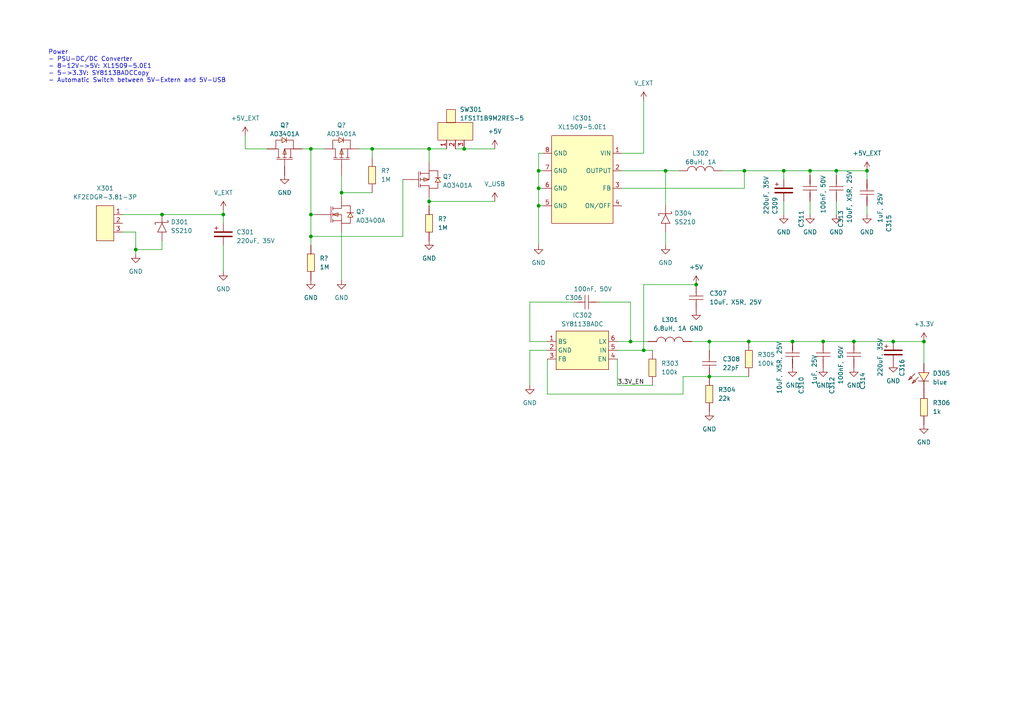
<source format=kicad_sch>
(kicad_sch (version 20211123) (generator eeschema)
  (paper "A4")
  (title_block (title "EduboardV2 Baseboard") (date "2022-06-05") (rev "1") (company "Juventus Technikerschule"))
  (lib_symbols
    (symbol "+5V_1" (power) (pin_names (offset 0))
      (property "Value" "+5V_1" (at 0 5.08 0))
      (symbol "+5V_1_1_1"
        (pin power_out line (at 0 0 90) (length 0) hide (name "+5V") (number "1"))
      )
    )
    (symbol "+5V_EXT_1" (power) (pin_names (offset 0))
      (property "Value" "+5V_EXT_1" (at 0 5.08 0))
      (symbol "+5V_EXT_1_1_1"
        (pin power_out line (at 0 0 90) (length 0) hide (name "+5V_EXT") (number "1"))
      )
    )
    (symbol "0402CG220J500NT_1" (pin_numbers hide) (pin_names hide)
      (property "Reference" "C?" (at 0 5.08 0))
      (property "Value" "0402CG220J500NT_1" (at 0 -5.08 0))
      (symbol "0402CG220J500NT_1_0_1"
        (pin passive line (at -3.81 0 0) (length 2.54) (name "1") (number "1"))
        (pin passive line (at 3.81 0 180) (length 2.54) (name "2") (number "2"))
      )
    )
    (symbol "0402WGF1003TCE_1" (pin_numbers hide) (pin_names hide)
      (property "Reference" "R?" (at 0 5.08 0))
      (property "Value" "0402WGF1003TCE_1" (at 0 -5.08 0))
      (symbol "0402WGF1003TCE_1_0_1"
        (pin passive line (at -5.08 0 0) (length 2.54) (name "1") (number "1"))
        (pin passive line (at 5.08 0 180) (length 2.54) (name "2") (number "2"))
      )
    )
    (symbol "CL05A105KA5NQNC_1" (pin_numbers hide) (pin_names hide)
      (property "Reference" "C?" (at 0 5.08 0))
      (property "Value" "CL05A105KA5NQNC_1" (at 0 -5.08 0))
      (symbol "CL05A105KA5NQNC_1_0_1"
        (pin passive line (at -3.81 0 0) (length 2.54) (name "1") (number "1"))
        (pin passive line (at 3.81 0 180) (length 2.54) (name "2") (number "2"))
      )
    )
    (symbol "CL05B104KB54PNC_1" (pin_numbers hide) (pin_names hide)
      (property "Reference" "C?" (at 0 5.08 0))
      (property "Value" "CL05B104KB54PNC_1" (at 0 -5.08 0))
      (symbol "CL05B104KB54PNC_1_0_1"
        (pin passive line (at -3.81 0 0) (length 2.54) (name "1") (number "1"))
        (pin passive line (at 3.81 0 180) (length 2.54) (name "2") (number "2"))
      )
    )
    (symbol "CL05B104KB54PNC_3" (pin_numbers hide) (pin_names hide)
      (property "Reference" "C?" (at 0 5.08 0))
      (property "Value" "CL05B104KB54PNC_3" (at 0 -5.08 0))
      (symbol "CL05B104KB54PNC_3_0_1"
        (pin passive line (at -3.81 0 0) (length 2.54) (name "1") (number "1"))
        (pin passive line (at 3.81 0 180) (length 2.54) (name "2") (number "2"))
      )
    )
    (symbol "CL10A106MA8NRNC_1" (pin_numbers hide) (pin_names hide)
      (property "Reference" "C?" (at 0 5.08 0))
      (property "Value" "CL10A106MA8NRNC_1" (at 0 -5.08 0))
      (symbol "CL10A106MA8NRNC_1_0_1"
        (pin passive line (at -3.81 0 0) (length 2.54) (name "1") (number "1"))
        (pin passive line (at 3.81 0 180) (length 2.54) (name "2") (number "2"))
      )
    )
    (symbol "CL10A106MA8NRNC_2" (pin_numbers hide) (pin_names hide)
      (property "Reference" "C?" (at 0 5.08 0))
      (property "Value" "CL10A106MA8NRNC_2" (at 0 -5.08 0))
      (symbol "CL10A106MA8NRNC_2_0_1"
        (pin passive line (at -3.81 0 0) (length 2.54) (name "1") (number "1"))
        (pin passive line (at 3.81 0 180) (length 2.54) (name "2") (number "2"))
      )
    )
    (symbol "GND_1" (power) (pin_names (offset 0))
      (property "Value" "GND_1" (at 0 -5.08 0))
      (symbol "GND_1_1_1"
        (pin power_out line (at 0 0 270) (length 0) hide (name "GND") (number "1"))
      )
    )
    (symbol "GND_10" (power) (pin_names (offset 0))
      (property "Value" "GND_10" (at 0 -5.08 0))
      (symbol "GND_10_1_1"
        (pin power_out line (at 0 0 270) (length 0) hide (name "GND") (number "1"))
      )
    )
    (symbol "GND_18" (power) (pin_names (offset 0))
      (property "Value" "GND_18" (at 0 -5.08 0))
      (symbol "GND_18_1_1"
        (pin power_out line (at 0 0 270) (length 0) hide (name "GND") (number "1"))
      )
    )
    (symbol "GND_19" (power) (pin_names (offset 0))
      (property "Value" "GND_19" (at 0 -5.08 0))
      (symbol "GND_19_1_1"
        (pin power_out line (at 0 0 270) (length 0) hide (name "GND") (number "1"))
      )
    )
    (symbol "GND_2" (power) (pin_names (offset 0))
      (property "Value" "GND_2" (at 0 -5.08 0))
      (symbol "GND_2_1_1"
        (pin power_out line (at 0 0 270) (length 0) hide (name "GND") (number "1"))
      )
    )
    (symbol "GND_26" (power) (pin_names (offset 0))
      (property "Value" "GND_26" (at 0 -5.08 0))
      (symbol "GND_26_1_1"
        (pin power_out line (at 0 0 270) (length 0) hide (name "GND") (number "1"))
      )
    )
    (symbol "GND_27" (power) (pin_names (offset 0))
      (property "Value" "GND_27" (at 0 -5.08 0))
      (symbol "GND_27_1_1"
        (pin power_out line (at 0 0 270) (length 0) hide (name "GND") (number "1"))
      )
    )
    (symbol "GND_28" (power) (pin_names (offset 0))
      (property "Value" "GND_28" (at 0 -5.08 0))
      (symbol "GND_28_1_1"
        (pin power_out line (at 0 0 270) (length 0) hide (name "GND") (number "1"))
      )
    )
    (symbol "GND_29" (power) (pin_names (offset 0))
      (property "Value" "GND_29" (at 0 -5.08 0))
      (symbol "GND_29_1_1"
        (pin power_out line (at 0 0 270) (length 0) hide (name "GND") (number "1"))
      )
    )
    (symbol "GND_3" (power) (pin_names (offset 0))
      (property "Value" "GND_3" (at 0 -5.08 0))
      (symbol "GND_3_1_1"
        (pin power_out line (at 0 0 270) (length 0) hide (name "GND") (number "1"))
      )
    )
    (symbol "GND_4" (power) (pin_names (offset 0))
      (property "Value" "GND_4" (at 0 -5.08 0))
      (symbol "GND_4_1_1"
        (pin power_out line (at 0 0 270) (length 0) hide (name "GND") (number "1"))
      )
    )
    (symbol "GND_5" (power) (pin_names (offset 0))
      (property "Value" "GND_5" (at 0 -5.08 0))
      (symbol "GND_5_1_1"
        (pin power_out line (at 0 0 270) (length 0) hide (name "GND") (number "1"))
      )
    )
    (symbol "GND_6" (power) (pin_names (offset 0))
      (property "Value" "GND_6" (at 0 -5.08 0))
      (symbol "GND_6_1_1"
        (pin power_out line (at 0 0 270) (length 0) hide (name "GND") (number "1"))
      )
    )
    (symbol "GND_8" (power) (pin_names (offset 0))
      (property "Value" "GND_8" (at 0 -5.08 0))
      (symbol "GND_8_1_1"
        (pin power_out line (at 0 0 270) (length 0) hide (name "GND") (number "1"))
      )
    )
    (symbol "GND_9" (power) (pin_names (offset 0))
      (property "Value" "GND_9" (at 0 -5.08 0))
      (symbol "GND_9_1_1"
        (pin power_out line (at 0 0 270) (length 0) hide (name "GND") (number "1"))
      )
    )
    (symbol "SS210_3" (pin_numbers hide) (pin_names hide)
      (property "Reference" "D?" (at 0 5.08 0))
      (property "Value" "SS210_3" (at 0 -5.08 0))
      (symbol "SS210_3_0_1"
        (pin passive line (at -3.81 0 0) (length 2.54) (name "K") (number "1"))
        (pin passive line (at 3.81 0 180) (length 2.54) (name "A") (number "2"))
      )
    )
    (symbol "VEJ221M1VTR-0810_1" (pin_numbers hide) (pin_names hide)
      (property "Reference" "C?" (at 2.54 2.54 0))
      (property "Value" "VEJ221M1VTR-0810_1" (at 0 -12.45 0))
      (symbol "VEJ221M1VTR-0810_1_0_1"
        (pin passive line (at 0 3.81 270) (length 2.54) (name "1") (number "1"))
        (pin passive line (at 0 -2.54 90) (length 2.54) (name "2") (number "2"))
      )
    )
    (symbol "VEJ221M1VTR-0810_2" (pin_numbers hide) (pin_names hide)
      (property "Reference" "C?" (at 2.54 2.54 0))
      (property "Value" "VEJ221M1VTR-0810_2" (at 0 -12.45 0))
      (symbol "VEJ221M1VTR-0810_2_0_1"
        (pin passive line (at 0 3.81 270) (length 2.54) (name "1") (number "1"))
        (pin passive line (at 0 -2.54 90) (length 2.54) (name "2") (number "2"))
      )
    )
    (symbol "V_EXT_1" (power) (pin_names (offset 0))
      (property "Value" "V_EXT_1" (at 0 5.08 0))
      (symbol "V_EXT_1_1_1"
        (pin power_out line (at 0 0 90) (length 0) hide (name "V_EXT") (number "1"))
      )
    )
    (symbol "V_USB_1" (power) (pin_names (offset 0))
      (property "Value" "V_USB_1" (at 0 5.08 0))
      (symbol "V_USB_1_1_1"
        (pin power_out line (at 0 0 90) (length 0) hide (name "V_USB") (number "1"))
      )
    )
    (symbol "eduboardv2:+3.3V" (power) (pin_names (offset 0))
      (property "Value" "+3.3V" (at 0 5.08 0))
      (symbol "+3.3V_1_1"
        (pin power_out line (at 0 0 90) (length 0) hide (name "+3.3V") (number "1"))
      )
    )
    (symbol "eduboardv2:+5V" (power) (pin_names (offset 0))
      (property "Value" "+5V" (at 0 5.08 0))
      (symbol "+5V_1_1"
        (pin power_out line (at 0 0 90) (length 0) hide (name "+5V") (number "1"))
      )
    )
    (symbol "eduboardv2:+5V_EXT" (power) (pin_names (offset 0))
      (property "Value" "+5V_EXT" (at 0 5.08 0))
      (symbol "+5V_EXT_1_1"
        (pin power_out line (at 0 0 90) (length 0) hide (name "+5V_EXT") (number "1"))
      )
    )
    (symbol "eduboardv2:0402WGF1001TCE" (pin_numbers hide) (pin_names hide)
      (property "Reference" "R?" (at 0 5.08 0))
      (property "Value" "0402WGF1001TCE" (at 0 -5.08 0))
      (symbol "0402WGF1001TCE_0_1"
        (pin passive line (at -5.08 0 0) (length 2.54) (name "1") (number "1"))
        (pin passive line (at 5.08 0 180) (length 2.54) (name "2") (number "2"))
      )
    )
    (symbol "eduboardv2:0402WGF1003TCE" (pin_numbers hide) (pin_names hide)
      (property "Reference" "R?" (at 0 5.08 0))
      (property "Value" "0402WGF1003TCE" (at 0 -5.08 0))
      (symbol "0402WGF1003TCE_0_1"
        (pin passive line (at -5.08 0 0) (length 2.54) (name "1") (number "1"))
        (pin passive line (at 5.08 0 180) (length 2.54) (name "2") (number "2"))
      )
    )
    (symbol "eduboardv2:0402WGF2202TCE" (pin_numbers hide) (pin_names hide)
      (property "Reference" "R?" (at 0 5.08 0))
      (property "Value" "0402WGF2202TCE" (at 0 -5.08 0))
      (symbol "0402WGF2202TCE_0_1"
        (pin passive line (at -5.08 0 0) (length 2.54) (name "1") (number "1"))
        (pin passive line (at 5.08 0 180) (length 2.54) (name "2") (number "2"))
      )
    )
    (symbol "eduboardv2:19-217_BHC-ZL1M2RY_3T" (pin_numbers hide) (pin_names hide)
      (property "Reference" "LED?" (at 0.3241 2.1166 0))
      (property "Value" "19-217_BHC-ZL1M2RY_3T" (at 0 -7.11 0))
      (symbol "19-217_BHC-ZL1M2RY_3T_0_1"
        (pin passive line (at 3.81 -2.54 180) (length 2.54) (name "A") (number "1"))
        (pin passive line (at -3.81 -2.54 0) (length 2.54) (name "C") (number "2"))
      )
    )
    (symbol "eduboardv2:1FS1T1B9M2RES-5" (pin_names hide)
      (property "Reference" "SW?" (at 0 0 0))
      (property "Value" "1FS1T1B9M2RES-5" (at 0 -10.16 0))
      (symbol "1FS1T1B9M2RES-5_0_1"
        (pin passive line (at -2.54 -5.08 90) (length 2.54) (name "1") (number "1"))
        (pin passive line (at 0 -5.08 90) (length 2.54) (name "2") (number "2"))
        (pin passive line (at 2.54 -5.08 90) (length 2.54) (name "3") (number "3"))
      )
    )
    (symbol "eduboardv2:AO3400A" (pin_numbers hide) (pin_names hide)
      (property "Reference" "Q?" (at 0 10.16 0))
      (property "Value" "AO3400A" (at 0 -10.16 0))
      (symbol "AO3400A_0_1"
        (pin passive line (at -5.08 0 0) (length 2.54) (name "G") (number "1"))
        (pin passive line (at 2.54 -5.08 90) (length 2.54) (name "S") (number "2"))
        (pin passive line (at 2.54 5.08 270) (length 2.54) (name "D") (number "3"))
      )
    )
    (symbol "eduboardv2:AO3401A" (pin_numbers hide) (pin_names hide)
      (property "Reference" "Q?" (at 0 10.16 0))
      (property "Value" "AO3401A" (at 0 -10.16 0))
      (symbol "AO3401A_0_1"
        (pin passive line (at -5.08 0 0) (length 2.54) (name "G") (number "1"))
        (pin passive line (at 2.54 -5.08 90) (length 2.54) (name "S") (number "2"))
        (pin passive line (at 2.54 5.08 270) (length 2.54) (name "D") (number "3"))
      )
    )
    (symbol "eduboardv2:CL05A105KA5NQNC" (pin_numbers hide) (pin_names hide)
      (property "Reference" "C?" (at 0 5.08 0))
      (property "Value" "CL05A105KA5NQNC" (at 0 -5.08 0))
      (symbol "CL05A105KA5NQNC_0_1"
        (pin passive line (at -3.81 0 0) (length 2.54) (name "1") (number "1"))
        (pin passive line (at 3.81 0 180) (length 2.54) (name "2") (number "2"))
      )
    )
    (symbol "eduboardv2:CL05B104KB54PNC" (pin_numbers hide) (pin_names hide)
      (property "Reference" "C?" (at 0 5.08 0))
      (property "Value" "CL05B104KB54PNC" (at 0 -5.08 0))
      (symbol "CL05B104KB54PNC_0_1"
        (pin passive line (at -3.81 0 0) (length 2.54) (name "1") (number "1"))
        (pin passive line (at 3.81 0 180) (length 2.54) (name "2") (number "2"))
      )
    )
    (symbol "eduboardv2:CL10A106MA8NRNC" (pin_numbers hide) (pin_names hide)
      (property "Reference" "C?" (at 0 5.08 0))
      (property "Value" "CL10A106MA8NRNC" (at 0 -5.08 0))
      (symbol "CL10A106MA8NRNC_0_1"
        (pin passive line (at -3.81 0 0) (length 2.54) (name "1") (number "1"))
        (pin passive line (at 3.81 0 180) (length 2.54) (name "2") (number "2"))
      )
    )
    (symbol "eduboardv2:GND" (power) (pin_names (offset 0))
      (property "Value" "GND" (at 0 -5.08 0))
      (symbol "GND_1_1"
        (pin power_out line (at 0 0 270) (length 0) hide (name "GND") (number "1"))
      )
    )
    (symbol "eduboardv2:KF2EDGR-3.81-3P" (pin_names hide)
      (property "Reference" "CN?" (at 0 7.62 0))
      (property "Value" "KF2EDGR-3.81-3P" (at 0 -7.62 0))
      (symbol "KF2EDGR-3.81-3P_0_1"
        (pin passive line (at -5.08 2.54 0) (length 2.54) (name "1") (number "1"))
        (pin passive line (at -5.08 0 0) (length 2.54) (name "2") (number "2"))
        (pin passive line (at -5.08 -2.54 0) (length 2.54) (name "3") (number "3"))
      )
    )
    (symbol "eduboardv2:SS210" (pin_numbers hide) (pin_names hide)
      (property "Reference" "D?" (at 0 5.08 0))
      (property "Value" "SS210" (at 0 -5.08 0))
      (symbol "SS210_0_1"
        (pin passive line (at -3.81 0 0) (length 2.54) (name "K") (number "1"))
        (pin passive line (at 3.81 0 180) (length 2.54) (name "A") (number "2"))
      )
    )
    (symbol "eduboardv2:SWPA4020S6R8MT" (pin_numbers hide)
      (property "Reference" "L?" (at 0 5.08 0))
      (property "Value" "SWPA4020S6R8MT" (at 0 -5.08 0))
      (symbol "SWPA4020S6R8MT_0_1"
        (pin passive line (at -6.35 0 0) (length 2.54) (name "") (number "1"))
        (pin passive line (at 6.35 0 180) (length 2.54) (name "") (number "2"))
      )
    )
    (symbol "eduboardv2:SWPA6045S680MT" (pin_numbers hide) (pin_names hide)
      (property "Reference" "L?" (at 0 5.08 0))
      (property "Value" "SWPA6045S680MT" (at 0 -5.08 0))
      (symbol "SWPA6045S680MT_0_1"
        (pin passive line (at -6.35 0 0) (length 2.54) (name "1") (number "1"))
        (pin passive line (at 6.35 0 180) (length 2.54) (name "2") (number "2"))
      )
    )
    (symbol "eduboardv2:SY8113BADC"
      (property "Reference" "U?" (at 0 7.62 0))
      (property "Value" "SY8113BADC" (at 0 -7.62 0))
      (symbol "SY8113BADC_0_1"
        (pin passive line (at -10.16 2.54 0) (length 2.54) (name "BS") (number "1"))
        (pin passive line (at -10.16 0 0) (length 2.54) (name "GND") (number "2"))
        (pin passive line (at -10.16 -2.54 0) (length 2.54) (name "FB") (number "3"))
        (pin passive line (at 10.16 -2.54 180) (length 2.54) (name "EN") (number "4"))
        (pin passive line (at 10.16 0 180) (length 2.54) (name "IN") (number "5"))
        (pin passive line (at 10.16 2.54 180) (length 2.54) (name "LX") (number "6"))
      )
    )
    (symbol "eduboardv2:VEJ221M1VTR-0810" (pin_numbers hide) (pin_names hide)
      (property "Reference" "C?" (at 2.54 2.54 0))
      (property "Value" "VEJ221M1VTR-0810" (at 0 -12.45 0))
      (symbol "VEJ221M1VTR-0810_0_1"
        (pin passive line (at 0 3.81 270) (length 2.54) (name "1") (number "1"))
        (pin passive line (at 0 -2.54 90) (length 2.54) (name "2") (number "2"))
      )
    )
    (symbol "eduboardv2:V_EXT" (power) (pin_names (offset 0))
      (property "Value" "V_EXT" (at 0 5.08 0))
      (symbol "V_EXT_1_1"
        (pin power_out line (at 0 0 90) (length 0) hide (name "V_EXT") (number "1"))
      )
    )
    (symbol "eduboardv2:XL1509-5.0E1"
      (property "Reference" "U?" (at 0 12.7 0))
      (property "Value" "XL1509-5.0E1" (at 0 -12.7 0))
      (symbol "XL1509-5.0E1_0_1"
        (pin passive line (at -11.43 7.62 0) (length 2.54) (name "VIN") (number "1"))
        (pin passive line (at -11.43 2.54 0) (length 2.54) (name "OUTPUT") (number "2"))
        (pin passive line (at -11.43 -2.54 0) (length 2.54) (name "FB") (number "3"))
        (pin passive line (at -11.43 -7.62 0) (length 2.54) (name "ON/OFF") (number "4"))
        (pin passive line (at 11.43 -7.62 180) (length 2.54) (name "GND") (number "5"))
        (pin passive line (at 11.43 -2.54 180) (length 2.54) (name "GND") (number "6"))
        (pin passive line (at 11.43 2.54 180) (length 2.54) (name "GND") (number "7"))
        (pin passive line (at 11.43 7.62 180) (length 2.54) (name "GND") (number "8"))
      )
    )
  )
  (junction (at 251.46 49.53))
  (junction (at 205.74 99.06))
  (junction (at 247.65 99.06))
  (junction (at 186.69 101.6))
  (junction (at 217.17 99.06))
  (junction (at 90.17 68.58))
  (junction (at 182.88 99.06))
  (junction (at 156.21 49.53))
  (junction (at 156.21 59.69))
  (junction (at 124.46 58.42))
  (junction (at 215.9 49.53))
  (junction (at 90.17 43.18))
  (junction (at 238.76 99.06))
  (junction (at 124.46 43.18))
  (junction (at 234.95 49.53))
  (junction (at 39.37 72.39))
  (junction (at 90.17 62.23))
  (junction (at 242.57 49.53))
  (junction (at 64.77 62.23))
  (junction (at 134.62 43.18))
  (junction (at 107.95 43.18))
  (junction (at 259.08 99.06))
  (junction (at 267.97 99.06))
  (junction (at 99.06 55.88))
  (junction (at 193.04 49.53))
  (junction (at 229.87 99.06))
  (junction (at 227.33 49.53))
  (junction (at 156.21 54.61))
  (junction (at 205.74 109.22))
  (junction (at 201.93 82.55))
  (junction (at 46.99 62.23))
  (wire (pts (xy 46.99 72.39) (xy 39.37 72.39)))
  (wire (pts (xy 46.99 69.85) (xy 46.99 72.39)))
  (wire (pts (xy 156.21 59.69) (xy 156.21 71.12)))
  (wire (pts (xy 242.57 49.53) (xy 251.46 49.53)))
  (wire (pts (xy 186.69 101.6) (xy 186.69 82.55)))
  (wire (pts (xy 104.14 43.18) (xy 107.95 43.18)))
  (wire (pts (xy 238.76 99.06) (xy 247.65 99.06)))
  (wire (pts (xy 116.84 52.07) (xy 116.84 68.58)))
  (wire (pts (xy 179.07 99.06) (xy 182.88 99.06)))
  (wire (pts (xy 64.77 62.23) (xy 64.77 64.77)))
  (wire (pts (xy 215.9 54.61) (xy 215.9 49.53)))
  (wire (pts (xy 35.56 62.23) (xy 46.99 62.23)))
  (wire (pts (xy 179.07 104.14) (xy 179.07 111.76)))
  (wire (pts (xy 132.08 43.18) (xy 134.62 43.18)))
  (wire (pts (xy 90.17 62.23) (xy 90.17 68.58)))
  (wire (pts (xy 87.63 43.18) (xy 90.17 43.18)))
  (wire (pts (xy 205.74 99.06) (xy 205.74 101.6)))
  (wire (pts (xy 247.65 99.06) (xy 259.08 99.06)))
  (wire (pts (xy 217.17 99.06) (xy 229.87 99.06)))
  (wire (pts (xy 107.95 43.18) (xy 107.95 45.72)))
  (wire (pts (xy 39.37 67.31) (xy 39.37 72.39)))
  (wire (pts (xy 158.75 114.3) (xy 198.12 114.3)))
  (wire (pts (xy 180.34 54.61) (xy 215.9 54.61)))
  (wire (pts (xy 124.46 59.69) (xy 124.46 58.42)))
  (wire (pts (xy 189.23 101.6) (xy 186.69 101.6)))
  (wire (pts (xy 90.17 62.23) (xy 91.44 62.23)))
  (wire (pts (xy 242.57 49.53) (xy 242.57 50.8)))
  (wire (pts (xy 64.77 60.96) (xy 64.77 62.23)))
  (wire (pts (xy 215.9 49.53) (xy 227.33 49.53)))
  (wire (pts (xy 134.62 43.18) (xy 143.51 43.18)))
  (wire (pts (xy 64.77 71.12) (xy 64.77 78.74)))
  (wire (pts (xy 251.46 49.53) (xy 251.46 52.07)))
  (wire (pts (xy 193.04 71.12) (xy 193.04 67.31)))
  (wire (pts (xy 227.33 58.42) (xy 227.33 62.23)))
  (wire (pts (xy 71.12 39.37) (xy 71.12 43.18)))
  (wire (pts (xy 90.17 68.58) (xy 90.17 71.12)))
  (wire (pts (xy 107.95 55.88) (xy 99.06 55.88)))
  (wire (pts (xy 153.67 87.63) (xy 153.67 99.06)))
  (wire (pts (xy 156.21 54.61) (xy 156.21 59.69)))
  (wire (pts (xy 156.21 44.45) (xy 156.21 49.53)))
  (wire (pts (xy 251.46 59.69) (xy 251.46 62.23)))
  (wire (pts (xy 124.46 43.18) (xy 124.46 46.99)))
  (wire (pts (xy 227.33 49.53) (xy 234.95 49.53)))
  (wire (pts (xy 156.21 49.53) (xy 156.21 54.61)))
  (wire (pts (xy 90.17 43.18) (xy 90.17 62.23)))
  (wire (pts (xy 71.12 43.18) (xy 77.47 43.18)))
  (wire (pts (xy 39.37 72.39) (xy 39.37 73.66)))
  (wire (pts (xy 234.95 49.53) (xy 234.95 50.8)))
  (wire (pts (xy 156.21 49.53) (xy 157.48 49.53)))
  (wire (pts (xy 205.74 99.06) (xy 217.17 99.06)))
  (wire (pts (xy 200.66 99.06) (xy 205.74 99.06)))
  (wire (pts (xy 227.33 49.53) (xy 227.33 52.07)))
  (wire (pts (xy 209.55 49.53) (xy 215.9 49.53)))
  (wire (pts (xy 198.12 109.22) (xy 205.74 109.22)))
  (wire (pts (xy 99.06 50.8) (xy 99.06 55.88)))
  (wire (pts (xy 173.99 87.63) (xy 182.88 87.63)))
  (wire (pts (xy 124.46 58.42) (xy 143.51 58.42)))
  (wire (pts (xy 157.48 44.45) (xy 156.21 44.45)))
  (wire (pts (xy 180.34 44.45) (xy 186.69 44.45)))
  (wire (pts (xy 46.99 62.23) (xy 64.77 62.23)))
  (wire (pts (xy 205.74 109.22) (xy 217.17 109.22)))
  (wire (pts (xy 259.08 99.06) (xy 267.97 99.06)))
  (wire (pts (xy 242.57 58.42) (xy 242.57 62.23)))
  (wire (pts (xy 193.04 49.53) (xy 193.04 59.69)))
  (wire (pts (xy 99.06 55.88) (xy 99.06 57.15)))
  (wire (pts (xy 153.67 101.6) (xy 153.67 111.76)))
  (wire (pts (xy 158.75 104.14) (xy 158.75 114.3)))
  (wire (pts (xy 90.17 43.18) (xy 93.98 43.18)))
  (wire (pts (xy 179.07 111.76) (xy 189.23 111.76)))
  (wire (pts (xy 157.48 59.69) (xy 156.21 59.69)))
  (wire (pts (xy 35.56 67.31) (xy 39.37 67.31)))
  (wire (pts (xy 180.34 49.53) (xy 193.04 49.53)))
  (wire (pts (xy 182.88 99.06) (xy 187.96 99.06)))
  (wire (pts (xy 234.95 49.53) (xy 242.57 49.53)))
  (wire (pts (xy 198.12 114.3) (xy 198.12 109.22)))
  (wire (pts (xy 234.95 58.42) (xy 234.95 62.23)))
  (wire (pts (xy 186.69 82.55) (xy 201.93 82.55)))
  (wire (pts (xy 267.97 99.06) (xy 267.97 105.41)))
  (wire (pts (xy 158.75 101.6) (xy 153.67 101.6)))
  (wire (pts (xy 99.06 67.31) (xy 99.06 81.28)))
  (wire (pts (xy 186.69 29.21) (xy 186.69 44.45)))
  (wire (pts (xy 179.07 101.6) (xy 186.69 101.6)))
  (wire (pts (xy 229.87 99.06) (xy 238.76 99.06)))
  (wire (pts (xy 116.84 68.58) (xy 90.17 68.58)))
  (wire (pts (xy 124.46 43.18) (xy 129.54 43.18)))
  (wire (pts (xy 107.95 43.18) (xy 124.46 43.18)))
  (wire (pts (xy 193.04 49.53) (xy 196.85 49.53)))
  (wire (pts (xy 182.88 87.63) (xy 182.88 99.06)))
  (wire (pts (xy 153.67 99.06) (xy 158.75 99.06)))
  (wire (pts (xy 153.67 87.63) (xy 166.37 87.63)))
  (wire (pts (xy 157.48 54.61) (xy 156.21 54.61)))
  (wire (pts (xy 124.46 58.42) (xy 124.46 57.15)))
  (text "Power\n- PSU-DC/DC Converter\n- 8-12V->5V: XL1509-5.0E1\n- 5->3.3V: SY8113BADCCopy\n- Automatic Switch between 5V-Extern and 5V-USB" (at 13.97 24.13 0) (effects (font (size 1.27 1.27)) (justify left bottom)))
  (label "3.3V_EN" (at 179.07 111.76 0))
  (symbol (lib_id "eduboardv2:SWPA4020S6R8MT") (at 194.31 99.06 0) (unit 1)
    (property "Reference" "L301" (at 194.31 92.71 0))
    (property "Value" "6.8uH, 1A" (at 194.31 95.25 0))
    (property "Footprint" "IND-SMD_L4.0-W4.0" (effects hide))
    (property "Datasheet" "https://lcsc.com/product-detail/Power-Inductors_6-8uH-20_C83425.html" (effects hide))
    (property "Manufacturer" "Sunlord" (effects hide))
    (property "LCSC Part" "C83425" (effects hide))
    (property "JLC Part" "Extended Part" (effects hide))
    (property "MPN" "SWPA4020S6R8MT" (effects hide))
  )
  (symbol (lib_name "GND_27") (lib_id "eduboardv2:GND") (at 267.97 123.19 0) (unit 1)
    (property "Reference" "#PWR0340" (effects hide))
    (property "Value" "GND" (at 267.97 128.27 0))
  )
  (symbol (lib_id "eduboardv2:SS210") (at 193.04 63.5 270) (unit 1)
    (property "Reference" "D304" (at 195.58 61.8489 90) (effects (justify left)))
    (property "Value" "SS210" (at 195.58 64.3889 90) (effects (justify left)))
    (property "Footprint" "SMA_L4.3-W2.6-LS5.2-RD" (effects hide))
    (property "Datasheet" "https://lcsc.com/product-detail/Schottky-Barrier-Diodes-SBD_SS210_C14996.html" (effects hide))
    (property "Manufacturer" "MDD" (effects hide))
    (property "LCSC Part" "C14996" (effects hide))
    (property "JLC Part" "Basic Part" (effects hide))
    (property "MPN" "SS210" (effects hide))
  )
  (symbol (lib_name "GND_4") (lib_id "eduboardv2:GND") (at 242.57 62.23 0) (unit 1)
    (property "Reference" "#PWR0334" (effects hide))
    (property "Value" "GND" (at 242.57 67.31 0))
  )
  (symbol (lib_id "eduboardv2:+5V_EXT") (at 71.12 39.37 0) (unit 1)
    (property "Reference" "#PWR?" (effects hide))
    (property "Value" "+5V_EXT" (at 71.12 34.29 0))
  )
  (symbol (lib_name "GND_18") (lib_id "eduboardv2:GND") (at 156.21 71.12 0) (unit 1)
    (property "Reference" "#PWR0322" (effects hide))
    (property "Value" "GND" (at 156.21 76.2 0))
  )
  (symbol (lib_name "GND_29") (lib_id "eduboardv2:GND") (at 229.87 106.68 0) (unit 1)
    (property "Reference" "#PWR0331" (effects hide))
    (property "Value" "GND" (at 229.87 111.76 0))
  )
  (symbol (lib_id "eduboardv2:AO3401A") (at 99.06 45.72 90) (unit 1)
    (property "Reference" "Q?" (at 99.06 36.3052 90))
    (property "Value" "AO3401A" (at 99.06 38.8421 90))
    (property "Footprint" "SOT-23_L2.9-W1.3-P1.90-LS2.4-BR" (effects hide))
    (property "Datasheet" "https://lcsc.com/product-detail/MOSFET_AOS_AO3401A_AO3401A_C15127.html" (effects hide))
    (property "Manufacturer" "AOS" (effects hide))
    (property "LCSC Part" "C15127" (effects hide))
    (property "JLC Part" "Basic Part" (effects hide))
    (property "MPN" "AO3401A" (effects hide))
  )
  (symbol (lib_name "+5V_1") (lib_id "eduboardv2:+5V") (at 143.51 43.18 0) (unit 1)
    (property "Reference" "#PWR0319" (effects hide))
    (property "Value" "+5V" (at 143.51 38.1 0))
  )
  (symbol (lib_name "V_EXT_1") (lib_id "eduboardv2:V_EXT") (at 64.77 60.96 0) (unit 1)
    (property "Reference" "#PWR0306" (effects hide))
    (property "Value" "V_EXT" (at 64.77 55.88 0))
  )
  (symbol (lib_name "GND_6") (lib_id "eduboardv2:GND") (at 39.37 73.66 0) (unit 1)
    (property "Reference" "#PWR0302" (effects hide))
    (property "Value" "GND" (at 39.37 78.74 0))
  )
  (symbol (lib_name "GND_26") (lib_id "eduboardv2:GND") (at 259.08 105.41 0) (unit 1)
    (property "Reference" "#PWR0338" (effects hide))
    (property "Value" "GND" (at 259.08 110.49 0))
  )
  (symbol (lib_name "GND_19") (lib_id "eduboardv2:GND") (at 193.04 71.12 0) (unit 1)
    (property "Reference" "#PWR0326" (effects hide))
    (property "Value" "GND" (at 193.04 76.2 0))
  )
  (symbol (lib_name "CL10A106MA8NRNC_1") (lib_id "eduboardv2:CL10A106MA8NRNC") (at 242.57 54.61 90) (unit 1)
    (property "Reference" "C313" (at 243.84 60.96 0) (effects (justify right)))
    (property "Value" "10uF, X5R, 25V" (at 246.38 49.53 0) (effects (justify right)))
    (property "Footprint" "C0603" (effects hide))
    (property "Datasheet" "https://lcsc.com/product-detail/Multilayer-Ceramic-Capacitors-MLCC-SMD-SMT_SAMSUNG_CL10A106MA8NRNC_10uF-106-20-25V_C96446.html" (effects hide))
    (property "Manufacturer" "SAMSUNG" (effects hide))
    (property "LCSC Part" "C96446" (effects hide))
    (property "JLC Part" "Basic Part" (effects hide))
    (property "MPN" "CL10A106MA8NRNC" (effects hide))
  )
  (symbol (lib_id "eduboardv2:V_EXT") (at 186.69 29.21 0) (unit 1)
    (property "Reference" "#PWR0325" (effects hide))
    (property "Value" "V_EXT" (at 186.69 24.13 0))
  )
  (symbol (lib_name "SS210_3") (lib_id "eduboardv2:SS210") (at 46.99 66.04 270) (unit 1)
    (property "Reference" "D301" (at 49.53 64.3889 90) (effects (justify left)))
    (property "Value" "SS210" (at 49.53 66.9289 90) (effects (justify left)))
    (property "Footprint" "SMA_L4.3-W2.6-LS5.2-RD" (effects hide))
    (property "Datasheet" "https://lcsc.com/product-detail/Schottky-Barrier-Diodes-SBD_SS210_C14996.html" (effects hide))
    (property "Manufacturer" "MDD" (effects hide))
    (property "LCSC Part" "C14996" (effects hide))
    (property "JLC Part" "Basic Part" (effects hide))
    (property "MPN" "SS210" (effects hide))
  )
  (symbol (lib_name "GND_8") (lib_id "eduboardv2:GND") (at 205.74 119.38 0) (unit 1)
    (property "Reference" "#PWR0329" (effects hide))
    (property "Value" "GND" (at 205.74 124.46 0))
  )
  (symbol (lib_id "eduboardv2:+3.3V") (at 267.97 99.06 0) (unit 1)
    (property "Reference" "#PWR0339" (effects hide))
    (property "Value" "+3.3V" (at 267.97 93.98 0))
  )
  (symbol (lib_id "eduboardv2:AO3400A") (at 96.52 62.23 0) (unit 1)
    (property "Reference" "Q?" (at 103.251 61.3953 0) (effects (justify left)))
    (property "Value" "AO3400A" (at 103.251 63.9322 0) (effects (justify left)))
    (property "Footprint" "SOT-23-3_L2.9-W1.6-P1.90-LS2.8-BR" (effects hide))
    (property "Datasheet" "https://lcsc.com/product-detail/MOSFET_AOS_AO3400A_AO3400A_C20917.html" (effects hide))
    (property "Manufacturer" "AOS" (effects hide))
    (property "LCSC Part" "C20917" (effects hide))
    (property "JLC Part" "Basic Part" (effects hide))
    (property "MPN" "AO3400A" (effects hide))
  )
  (symbol (lib_name "GND_8") (lib_id "eduboardv2:GND") (at 99.06 81.28 0) (unit 1)
    (property "Reference" "#PWR?" (effects hide))
    (property "Value" "GND" (at 99.06 86.36 0))
  )
  (symbol (lib_name "GND_5") (lib_id "eduboardv2:GND") (at 64.77 78.74 0) (unit 1)
    (property "Reference" "#PWR0307" (effects hide))
    (property "Value" "GND" (at 64.77 83.82 0))
  )
  (symbol (lib_id "eduboardv2:KF2EDGR-3.81-3P") (at 30.48 64.77 0) (mirror y) (unit 1)
    (property "Reference" "X301" (at 30.48 54.61 0))
    (property "Value" "KF2EDGR-3.81-3P" (at 30.48 57.15 0))
    (property "Footprint" "CONN-TH_3P-P3.81_KF2EDGR-3.81-3P" (effects hide))
    (property "Datasheet" "https://lcsc.com/product-detail/Pluggable-System-Terminal-Block_Cixi-Kefa-Elec-KF2EDGR-3-81-3P_C441183.html" (effects hide))
    (property "Manufacturer" "Cixi Kefa Elec" (effects hide))
    (property "LCSC Part" "C441183" (effects hide))
    (property "JLC Part" "Extended Part" (effects hide))
    (property "MPN" "KF2EDGR-3.81-3P" (effects hide))
  )
  (symbol (lib_id "eduboardv2:CL10A106MA8NRNC") (at 229.87 102.87 90) (unit 1)
    (property "Reference" "C310" (at 232.41 109.22 0) (effects (justify right)))
    (property "Value" "10uF, X5R, 25V" (at 226.06 99.06 0) (effects (justify right)))
    (property "Footprint" "C0603" (effects hide))
    (property "Datasheet" "https://lcsc.com/product-detail/Multilayer-Ceramic-Capacitors-MLCC-SMD-SMT_SAMSUNG_CL10A106MA8NRNC_10uF-106-20-25V_C96446.html" (effects hide))
    (property "Manufacturer" "SAMSUNG" (effects hide))
    (property "LCSC Part" "C96446" (effects hide))
    (property "JLC Part" "Basic Part" (effects hide))
    (property "MPN" "CL10A106MA8NRNC" (effects hide))
  )
  (symbol (lib_name "0402WGF1003TCE_1") (lib_id "eduboardv2:0402WGF1003TCE") (at 189.23 106.68 90) (unit 1)
    (property "Reference" "R303" (at 191.77 105.4099 90) (effects (justify right)))
    (property "Value" "100k" (at 191.77 107.9499 90) (effects (justify right)))
    (property "Footprint" "R0402" (effects hide))
    (property "Datasheet" "https://lcsc.com/product-detail/Chip-Resistor-Surface-Mount-UniOhm_100KR-1003-1_C25741.html" (effects hide))
    (property "Manufacturer" "UniOhm" (effects hide))
    (property "LCSC Part" "C25741" (effects hide))
    (property "JLC Part" "Basic Part" (effects hide))
    (property "MPN" "0402WGF1003TCE" (effects hide))
  )
  (symbol (lib_id "eduboardv2:GND") (at 247.65 106.68 0) (unit 1)
    (property "Reference" "#PWR0335" (effects hide))
    (property "Value" "GND" (at 247.65 111.76 0))
  )
  (symbol (lib_name "GND_28") (lib_id "eduboardv2:GND") (at 238.76 106.68 0) (unit 1)
    (property "Reference" "#PWR0333" (effects hide))
    (property "Value" "GND" (at 238.76 111.76 0))
  )
  (symbol (lib_id "eduboardv2:AO3401A") (at 82.55 45.72 90) (unit 1)
    (property "Reference" "Q?" (at 82.55 36.3052 90))
    (property "Value" "AO3401A" (at 82.55 38.8421 90))
    (property "Footprint" "SOT-23_L2.9-W1.3-P1.90-LS2.4-BR" (effects hide))
    (property "Datasheet" "https://lcsc.com/product-detail/MOSFET_AOS_AO3401A_AO3401A_C15127.html" (effects hide))
    (property "Manufacturer" "AOS" (effects hide))
    (property "LCSC Part" "C15127" (effects hide))
    (property "JLC Part" "Basic Part" (effects hide))
    (property "MPN" "AO3401A" (effects hide))
  )
  (symbol (lib_name "0402WGF1003TCE_1") (lib_id "eduboardv2:0402WGF1003TCE") (at 124.46 64.77 90) (unit 1)
    (property "Reference" "R?" (at 127 63.4999 90) (effects (justify right)))
    (property "Value" "1M" (at 127 66.0399 90) (effects (justify right)))
    (property "Footprint" "R0402" (effects hide))
    (property "Datasheet" "https://lcsc.com/product-detail/Chip-Resistor-Surface-Mount-UniOhm_100KR-1003-1_C25741.html" (effects hide))
    (property "Manufacturer" "UniOhm" (effects hide))
    (property "LCSC Part" "C25741" (effects hide))
    (property "JLC Part" "Basic Part" (effects hide))
    (property "MPN" "0402WGF1003TCE" (effects hide))
  )
  (symbol (lib_id "eduboardv2:0402WGF1003TCE") (at 217.17 104.14 90) (unit 1)
    (property "Reference" "R305" (at 219.71 102.8699 90) (effects (justify right)))
    (property "Value" "100k" (at 219.71 105.4099 90) (effects (justify right)))
    (property "Footprint" "R0402" (effects hide))
    (property "Datasheet" "https://lcsc.com/product-detail/Chip-Resistor-Surface-Mount-UniOhm_100KR-1003-1_C25741.html" (effects hide))
    (property "Manufacturer" "UniOhm" (effects hide))
    (property "LCSC Part" "C25741" (effects hide))
    (property "JLC Part" "Basic Part" (effects hide))
    (property "MPN" "0402WGF1003TCE" (effects hide))
  )
  (symbol (lib_name "GND_9") (lib_id "eduboardv2:GND") (at 201.93 90.17 0) (unit 1)
    (property "Reference" "#PWR0328" (effects hide))
    (property "Value" "GND" (at 201.93 95.25 0))
  )
  (symbol (lib_id "eduboardv2:19-217_BHC-ZL1M2RY_3T") (at 265.43 109.22 90) (unit 1)
    (property "Reference" "D305" (at 270.51 108.2958 90) (effects (justify right)))
    (property "Value" "blue" (at 270.51 110.8358 90) (effects (justify right)))
    (property "Footprint" "LED0603-R-RD_BLUE" (effects hide))
    (property "Datasheet" "https://lcsc.com/product-detail/Light-Emitting-Diodes-LED_0603-Blue-light_C72041.html" (effects hide))
    (property "Manufacturer" "EVERLIGHT" (effects hide))
    (property "LCSC Part" "C72041" (effects hide))
    (property "JLC Part" "Basic Part" (effects hide))
    (property "MPN" "19-217/BHC-ZL1M2RY/3T" (effects hide))
  )
  (symbol (lib_name "VEJ221M1VTR-0810_1") (lib_id "eduboardv2:VEJ221M1VTR-0810") (at 227.33 55.88 0) (unit 1)
    (property "Reference" "C309" (at 224.79 62.23 90) (effects (justify left)))
    (property "Value" "220uF, 35V" (at 222.25 62.23 90) (effects (justify left)))
    (property "Footprint" "CAP-SMD_BD8.0-L8.3-W8.3-RD" (effects hide))
    (property "Datasheet" "https://lcsc.com/product-detail/Aluminum-Electrolytic-Capacitors-SMD_220uF-35V_C164065.html" (effects hide))
    (property "Manufacturer" "LELON" (effects hide))
    (property "LCSC Part" "C164065" (effects hide))
    (property "JLC Part" "Extended Part" (effects hide))
    (property "MPN" "VEJ221M1VTR-0810" (effects hide))
  )
  (symbol (lib_id "eduboardv2:CL05B104KB54PNC") (at 247.65 102.87 270) (unit 1)
    (property "Reference" "C314" (at 250.19 107.95 0) (effects (justify left)))
    (property "Value" "100nF, 50V" (at 243.84 100.33 0) (effects (justify left)))
    (property "Footprint" "C0402" (effects hide))
    (property "Datasheet" "https://lcsc.com/product-detail/Others_Samsung-Electro-Mechanics_CL05B104KB54PNC_Samsung-Electro-Mechanics-CL05B104KB54PNC_C307331.html" (effects hide))
    (property "Manufacturer" "Samsung Electro-Mechanics" (effects hide))
    (property "LCSC Part" "C307331" (effects hide))
    (property "JLC Part" "Basic Part" (effects hide))
    (property "MPN" "CL05B104KB54PNC" (effects hide))
  )
  (symbol (lib_name "V_USB_1") (lib_id "eduboardv2:V_USB") (at 143.51 58.42 0) (unit 1)
    (property "Reference" "#PWR?" (effects hide))
    (property "Value" "V_USB" (at 143.51 53.34 0))
  )
  (symbol (lib_name "CL05A105KA5NQNC_1") (lib_id "eduboardv2:CL05A105KA5NQNC") (at 251.46 55.88 270) (unit 1)
    (property "Reference" "C315" (at 257.81 62.23 0) (effects (justify left)))
    (property "Value" "1uF, 25V" (at 255.27 55.88 0) (effects (justify left)))
    (property "Footprint" "C0402" (effects hide))
    (property "Datasheet" "https://lcsc.com/product-detail/Multilayer-Ceramic-Capacitors-MLCC-SMD-SMT_SAMSUNG_CL05A105KA5NQNC_1uF-105-10-25V_C52923.html" (effects hide))
    (property "Manufacturer" "SAMSUNG" (effects hide))
    (property "LCSC Part" "C52923" (effects hide))
    (property "JLC Part" "Basic Part" (effects hide))
    (property "MPN" "CL05A105KA5NQNC" (effects hide))
  )
  (symbol (lib_id "eduboardv2:CL05A105KA5NQNC") (at 238.76 102.87 270) (unit 1)
    (property "Reference" "C312" (at 241.3 109.22 0) (effects (justify left)))
    (property "Value" "1uF, 25V" (at 236.22 102.87 0) (effects (justify left)))
    (property "Footprint" "C0402" (effects hide))
    (property "Datasheet" "https://lcsc.com/product-detail/Multilayer-Ceramic-Capacitors-MLCC-SMD-SMT_SAMSUNG_CL05A105KA5NQNC_1uF-105-10-25V_C52923.html" (effects hide))
    (property "Manufacturer" "SAMSUNG" (effects hide))
    (property "LCSC Part" "C52923" (effects hide))
    (property "JLC Part" "Basic Part" (effects hide))
    (property "MPN" "CL05A105KA5NQNC" (effects hide))
  )
  (symbol (lib_name "GND_10") (lib_id "eduboardv2:GND") (at 153.67 111.76 0) (unit 1)
    (property "Reference" "#PWR0321" (effects hide))
    (property "Value" "GND" (at 153.67 116.84 0))
  )
  (symbol (lib_name "GND_1") (lib_id "eduboardv2:GND") (at 234.95 62.23 0) (unit 1)
    (property "Reference" "#PWR0332" (effects hide))
    (property "Value" "GND" (at 234.95 67.31 0))
  )
  (symbol (lib_id "eduboardv2:0402WGF1001TCE") (at 267.97 118.11 90) (unit 1)
    (property "Reference" "R306" (at 270.51 116.8399 90) (effects (justify right)))
    (property "Value" "1k" (at 270.51 119.3799 90) (effects (justify right)))
    (property "Footprint" "R0402" (effects hide))
    (property "Datasheet" "https://lcsc.com/product-detail/Chip-Resistor-Surface-Mount-UniOhm_1KR-1001-1_C11702.html" (effects hide))
    (property "Manufacturer" "UniOhm" (effects hide))
    (property "LCSC Part" "C11702" (effects hide))
    (property "JLC Part" "Basic Part" (effects hide))
    (property "MPN" "0402WGF1001TCE" (effects hide))
  )
  (symbol (lib_id "eduboardv2:VEJ221M1VTR-0810") (at 259.08 102.87 0) (unit 1)
    (property "Reference" "C316" (at 261.62 109.22 90) (effects (justify left)))
    (property "Value" "220uF, 35V" (at 255.27 109.22 90) (effects (justify left)))
    (property "Footprint" "CAP-SMD_BD8.0-L8.3-W8.3-RD" (effects hide))
    (property "Datasheet" "https://lcsc.com/product-detail/Aluminum-Electrolytic-Capacitors-SMD_220uF-35V_C164065.html" (effects hide))
    (property "Manufacturer" "LELON" (effects hide))
    (property "LCSC Part" "C164065" (effects hide))
    (property "JLC Part" "Extended Part" (effects hide))
    (property "MPN" "VEJ221M1VTR-0810" (effects hide))
  )
  (symbol (lib_id "eduboardv2:XL1509-5.0E1") (at 168.91 52.07 0) (mirror y) (unit 1)
    (property "Reference" "IC301" (at 168.91 34.29 0))
    (property "Value" "XL1509-5.0E1" (at 168.91 36.83 0))
    (property "Footprint" "SOIC-8_L5.0-W4.0-P1.27-LS6.0-BL" (effects hide))
    (property "Datasheet" "https://lcsc.com/product-detail/DC-DC-Converters_XL1509-5-0E1_C61063.html" (effects hide))
    (property "Manufacturer" "XLSEMI" (effects hide))
    (property "LCSC Part" "C61063" (effects hide))
    (property "JLC Part" "Basic Part" (effects hide))
    (property "MPN" "XL1509-5.0E1" (effects hide))
  )
  (symbol (lib_name "+5V_EXT_1") (lib_id "eduboardv2:+5V_EXT") (at 251.46 49.53 0) (unit 1)
    (property "Reference" "#PWR0336" (effects hide))
    (property "Value" "+5V_EXT" (at 251.46 44.45 0))
  )
  (symbol (lib_name "GND_2") (lib_id "eduboardv2:GND") (at 227.33 62.23 0) (unit 1)
    (property "Reference" "#PWR0330" (effects hide))
    (property "Value" "GND" (at 227.33 67.31 0))
  )
  (symbol (lib_name "CL05B104KB54PNC_1") (lib_id "eduboardv2:CL05B104KB54PNC") (at 234.95 54.61 270) (unit 1)
    (property "Reference" "C311" (at 232.41 60.96 0) (effects (justify left)))
    (property "Value" "100nF, 50V" (at 238.76 50.8 0) (effects (justify left)))
    (property "Footprint" "C0402" (effects hide))
    (property "Datasheet" "https://lcsc.com/product-detail/Others_Samsung-Electro-Mechanics_CL05B104KB54PNC_Samsung-Electro-Mechanics-CL05B104KB54PNC_C307331.html" (effects hide))
    (property "Manufacturer" "Samsung Electro-Mechanics" (effects hide))
    (property "LCSC Part" "C307331" (effects hide))
    (property "JLC Part" "Basic Part" (effects hide))
    (property "MPN" "CL05B104KB54PNC" (effects hide))
  )
  (symbol (lib_name "VEJ221M1VTR-0810_2") (lib_id "eduboardv2:VEJ221M1VTR-0810") (at 64.77 68.58 0) (unit 1)
    (property "Reference" "C301" (at 68.58 67.3099 0) (effects (justify left)))
    (property "Value" "220uF, 35V" (at 68.58 69.8499 0) (effects (justify left)))
    (property "Footprint" "CAP-SMD_BD8.0-L8.3-W8.3-RD" (effects hide))
    (property "Datasheet" "https://lcsc.com/product-detail/Aluminum-Electrolytic-Capacitors-SMD_220uF-35V_C164065.html" (effects hide))
    (property "Manufacturer" "LELON" (effects hide))
    (property "LCSC Part" "C164065" (effects hide))
    (property "JLC Part" "Extended Part" (effects hide))
    (property "MPN" "VEJ221M1VTR-0810" (effects hide))
  )
  (symbol (lib_name "GND_3") (lib_id "eduboardv2:GND") (at 251.46 62.23 0) (unit 1)
    (property "Reference" "#PWR0337" (effects hide))
    (property "Value" "GND" (at 251.46 67.31 0))
  )
  (symbol (lib_id "eduboardv2:+5V") (at 201.93 82.55 0) (unit 1)
    (property "Reference" "#PWR0327" (effects hide))
    (property "Value" "+5V" (at 201.93 77.47 0))
  )
  (symbol (lib_id "eduboardv2:AO3401A") (at 121.92 52.07 0) (mirror x) (unit 1)
    (property "Reference" "Q?" (at 128.397 51.2353 0) (effects (justify left)))
    (property "Value" "AO3401A" (at 128.397 53.7722 0) (effects (justify left)))
    (property "Footprint" "SOT-23_L2.9-W1.3-P1.90-LS2.4-BR" (effects hide))
    (property "Datasheet" "https://lcsc.com/product-detail/MOSFET_AOS_AO3401A_AO3401A_C15127.html" (effects hide))
    (property "Manufacturer" "AOS" (effects hide))
    (property "LCSC Part" "C15127" (effects hide))
    (property "JLC Part" "Basic Part" (effects hide))
    (property "MPN" "AO3401A" (effects hide))
  )
  (symbol (lib_id "eduboardv2:0402WGF2202TCE") (at 205.74 114.3 90) (unit 1)
    (property "Reference" "R304" (at 208.28 113.0299 90) (effects (justify right)))
    (property "Value" "22k" (at 208.28 115.5699 90) (effects (justify right)))
    (property "Footprint" "R0402" (effects hide))
    (property "Datasheet" "https://lcsc.com/product-detail/Chip-Resistor-Surface-Mount-UniOhm_22KR-2202-1_C25768.html" (effects hide))
    (property "Manufacturer" "UniOhm" (effects hide))
    (property "LCSC Part" "C25768" (effects hide))
    (property "JLC Part" "Basic Part" (effects hide))
    (property "MPN" "0402WGF2202TCE" (effects hide))
  )
  (symbol (lib_name "CL10A106MA8NRNC_2") (lib_id "eduboardv2:CL10A106MA8NRNC") (at 201.93 86.36 90) (unit 1)
    (property "Reference" "C307" (at 205.74 85.0899 90) (effects (justify right)))
    (property "Value" "10uF, X5R, 25V" (at 205.74 87.6299 90) (effects (justify right)))
    (property "Footprint" "C0603" (effects hide))
    (property "Datasheet" "https://lcsc.com/product-detail/Multilayer-Ceramic-Capacitors-MLCC-SMD-SMT_SAMSUNG_CL10A106MA8NRNC_10uF-106-20-25V_C96446.html" (effects hide))
    (property "Manufacturer" "SAMSUNG" (effects hide))
    (property "LCSC Part" "C96446" (effects hide))
    (property "JLC Part" "Basic Part" (effects hide))
    (property "MPN" "CL10A106MA8NRNC" (effects hide))
  )
  (symbol (lib_id "eduboardv2:1FS1T1B9M2RES-5") (at 132.08 38.1 0) (unit 1)
    (property "Reference" "SW301" (at 133.35 31.75 0) (effects (justify left)))
    (property "Value" "1FS1T1B9M2RES-5" (at 133.35 34.29 0) (effects (justify left)))
    (property "Footprint" "SW-TH_1FS1T1B9M2RES-5" (effects hide))
    (property "Datasheet" "https://lcsc.com/product-detail/New-Arrivals_Dailywell-1FS1T1B9M2RES-5_C496164.html" (effects hide))
    (property "Manufacturer" "Dailywell" (effects hide))
    (property "LCSC Part" "C496164" (effects hide))
    (property "JLC Part" "Extended Part" (effects hide))
    (property "MPN" "1FS1T1B9M2RES-5" (effects hide))
  )
  (symbol (lib_id "eduboardv2:SWPA6045S680MT") (at 203.2 49.53 0) (unit 1)
    (property "Reference" "L302" (at 203.2 44.45 0))
    (property "Value" "68uH, 1A" (at 203.2 46.99 0))
    (property "Footprint" "IND-SMD_L6.0-W6.0_FNR60XXS" (effects hide))
    (property "Datasheet" "https://lcsc.com/product-detail/Power-Inductors_68mH_C53663.html" (effects hide))
    (property "Manufacturer" "Sunlord" (effects hide))
    (property "LCSC Part" "C53663" (effects hide))
    (property "JLC Part" "Extended Part" (effects hide))
    (property "MPN" "SWPA6045S680MT" (effects hide))
    (property "Description" "68uH, 3A" (effects hide))
  )
  (symbol (lib_name "CL05B104KB54PNC_3") (lib_id "eduboardv2:CL05B104KB54PNC") (at 170.18 87.63 0) (unit 1)
    (property "Reference" "C306" (at 163.83 86.36 0) (effects (justify left)))
    (property "Value" "100nF, 50V" (at 166.37 83.82 0) (effects (justify left)))
    (property "Footprint" "C0402" (effects hide))
    (property "Datasheet" "https://lcsc.com/product-detail/Others_Samsung-Electro-Mechanics_CL05B104KB54PNC_Samsung-Electro-Mechanics-CL05B104KB54PNC_C307331.html" (effects hide))
    (property "Manufacturer" "Samsung Electro-Mechanics" (effects hide))
    (property "LCSC Part" "C307331" (effects hide))
    (property "JLC Part" "Basic Part" (effects hide))
    (property "MPN" "CL05B104KB54PNC" (effects hide))
  )
  (symbol (lib_name "0402WGF1003TCE_1") (lib_id "eduboardv2:0402WGF1003TCE") (at 90.17 76.2 90) (unit 1)
    (property "Reference" "R?" (at 92.71 74.9299 90) (effects (justify right)))
    (property "Value" "1M" (at 92.71 77.4699 90) (effects (justify right)))
    (property "Footprint" "R0402" (effects hide))
    (property "Datasheet" "https://lcsc.com/product-detail/Chip-Resistor-Surface-Mount-UniOhm_100KR-1003-1_C25741.html" (effects hide))
    (property "Manufacturer" "UniOhm" (effects hide))
    (property "LCSC Part" "C25741" (effects hide))
    (property "JLC Part" "Basic Part" (effects hide))
    (property "MPN" "0402WGF1003TCE" (effects hide))
  )
  (symbol (lib_name "GND_8") (lib_id "eduboardv2:GND") (at 124.46 69.85 0) (unit 1)
    (property "Reference" "#PWR?" (effects hide))
    (property "Value" "GND" (at 124.46 74.93 0))
  )
  (symbol (lib_id "eduboardv2:SY8113BADC") (at 168.91 101.6 0) (unit 1)
    (property "Reference" "IC302" (at 168.91 91.44 0))
    (property "Value" "SY8113BADC" (at 168.91 93.98 0))
    (property "Footprint" "TSOT-23-6_L2.9-W1.6-P0.95-LS2.8-BR" (effects hide))
    (property "Datasheet" "https://lcsc.com/product-detail/DC-DC-Converters_Silergy_SY8113BADC_SY8113BADC_C78989.html" (effects hide))
    (property "Manufacturer" "Silergy" (effects hide))
    (property "LCSC Part" "C78989" (effects hide))
    (property "JLC Part" "Extended Part" (effects hide))
    (property "MPN" "SY8113BADC" (effects hide))
  )
  (symbol (lib_name "0402WGF1003TCE_1") (lib_id "eduboardv2:0402WGF1003TCE") (at 107.95 50.8 90) (unit 1)
    (property "Reference" "R?" (at 110.49 49.5299 90) (effects (justify right)))
    (property "Value" "1M" (at 110.49 52.0699 90) (effects (justify right)))
    (property "Footprint" "R0402" (effects hide))
    (property "Datasheet" "https://lcsc.com/product-detail/Chip-Resistor-Surface-Mount-UniOhm_100KR-1003-1_C25741.html" (effects hide))
    (property "Manufacturer" "UniOhm" (effects hide))
    (property "LCSC Part" "C25741" (effects hide))
    (property "JLC Part" "Basic Part" (effects hide))
    (property "MPN" "0402WGF1003TCE" (effects hide))
  )
  (symbol (lib_name "GND_8") (lib_id "eduboardv2:GND") (at 82.55 50.8 0) (unit 1)
    (property "Reference" "#PWR?" (effects hide))
    (property "Value" "GND" (at 82.55 55.88 0))
  )
  (symbol (lib_name "GND_8") (lib_id "eduboardv2:GND") (at 90.17 81.28 0) (unit 1)
    (property "Reference" "#PWR?" (effects hide))
    (property "Value" "GND" (at 90.17 86.36 0))
  )
  (symbol (lib_name "0402CG220J500NT_1") (lib_id "eduboardv2:0402CG220J500NT") (at 205.74 105.41 90) (unit 1)
    (property "Reference" "C308" (at 209.55 104.1399 90) (effects (justify right)))
    (property "Value" "22pF" (at 209.55 106.6799 90) (effects (justify right)))
    (property "Footprint" "C0402" (effects hide))
    (property "Datasheet" "https://lcsc.com/product-detail/Multilayer-Ceramic-Capacitors-MLCC-SMD-SMT_22pF-220-5-50V_C1555.html" (effects hide))
    (property "Manufacturer" "FH" (effects hide))
    (property "LCSC Part" "C1555" (effects hide))
    (property "JLC Part" "Basic Part" (effects hide))
    (property "MPN" "0402CG220J500NT" (effects hide))
  )
)
</source>
